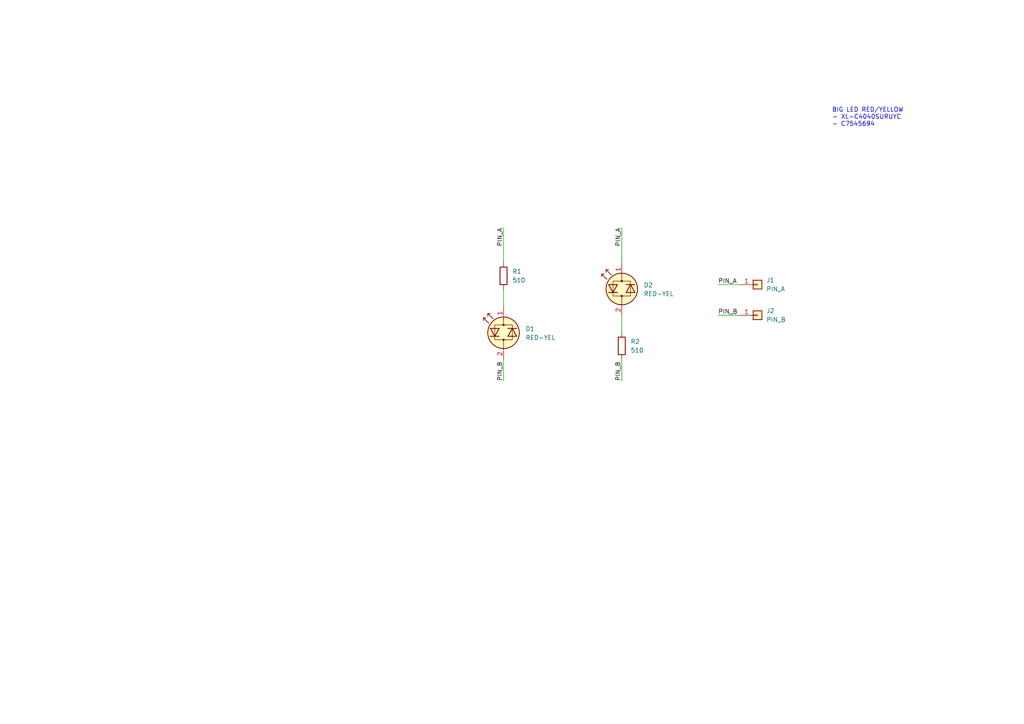
<source format=kicad_sch>
(kicad_sch (version 20230121) (generator eeschema)
  (paper "A4")
  (lib_symbols
    (symbol "Connector_Generic:Conn_01x01" (pin_names (offset 1.016) hide)
      (property "Reference" "J" (at 0 2.54 0))
      (property "Value" "Conn_01x01" (at 0 -2.54 0))
      (symbol "Conn_01x01_1_1"
        (rectangle (start -1.27 0.127) (end 0 -0.127) (stroke (width 0.1524)))
        (rectangle (start -1.27 1.27) (end 1.27 -1.27) (stroke (width 0.254)) (fill (type background)))
        (pin passive line (at -5.08 0 0) (length 3.81) (name "Pin_1") (number "1"))
      )
    )
    (symbol "Device:LED_Dual_Bidirectional" (pin_names (offset 0) hide)
      (property "Reference" "D" (at 0 5.715 0))
      (property "Value" "LED_Dual_Bidirectional" (at 0 -6.35 0))
      (symbol "LED_Dual_Bidirectional_0_1"
        (circle (center -2.032 0) (radius 0.254) (fill (type outline)))
        (polyline (pts (xy -4.572 0) (xy -2.54 0)))
        (polyline (pts (xy -2.032 0) (xy -2.54 0)))
        (polyline (pts (xy -1.016 3.81) (xy -1.016 1.27)) (stroke (width 0.254)))
        (polyline (pts (xy 1.27 -1.27) (xy 1.27 -3.81)) (stroke (width 0.254)))
        (polyline (pts (xy 4.064 0) (xy 2.286 0)) (fill (type outline)))
        (polyline (pts (xy 4.318 5.842) (xy 4.318 5.08)) (stroke (width 0.2032)))
        (polyline (pts (xy 5.588 4.572) (xy 5.588 3.81)) (stroke (width 0.2032)))
        (polyline (pts (xy 2.794 4.318) (xy 4.318 5.842) (xy 3.556 5.842)) (stroke (width 0.2032)))
        (polyline (pts (xy 4.064 3.048) (xy 5.588 4.572) (xy 4.826 4.572)) (stroke (width 0.2032)))
        (polyline (pts (xy -1.016 -1.27) (xy -1.016 -3.81) (xy 1.27 -2.54) (xy -1.016 -1.27)) (stroke (width 0.254)))
        (polyline (pts (xy 1.27 3.81) (xy 1.27 1.27) (xy -1.016 2.54) (xy 1.27 3.81)) (stroke (width 0.254)))
        (polyline (pts (xy 2.286 2.54) (xy -2.032 2.54) (xy -2.032 -2.54) (xy 2.286 -2.54) (xy 2.286 2.54)))
        (circle (center 0 0) (radius 4.572) (stroke (width 0.254)) (fill (type background)))
        (circle (center 2.286 0) (radius 0.254) (fill (type outline)))
      )
      (symbol "LED_Dual_Bidirectional_1_1"
        (pin input line (at 7.62 0 180) (length 3.81) (name "KA") (number "1"))
        (pin input line (at -7.62 0 0) (length 3.048) (name "AK") (number "2"))
      )
    )
    (symbol "Device:R" (pin_numbers hide) (pin_names (offset 0))
      (property "Reference" "R" (at 2.032 0 90))
      (property "Value" "R" (at 0 0 90))
      (symbol "R_0_1"
        (rectangle (start -1.016 -2.54) (end 1.016 2.54) (stroke (width 0.254)))
      )
      (symbol "R_1_1"
        (pin passive line (at 0 3.81 270) (length 1.27) (name "~") (number "1"))
        (pin passive line (at 0 -3.81 90) (length 1.27) (name "~") (number "2"))
      )
    )
  )
  (wire (pts (xy 180.34 91.44) (xy 180.34 96.52)))
  (wire (pts (xy 146.05 104.14) (xy 146.05 110.49)))
  (wire (pts (xy 146.05 66.04) (xy 146.05 76.2)))
  (wire (pts (xy 208.28 82.55) (xy 214.63 82.55)))
  (wire (pts (xy 180.34 104.14) (xy 180.34 110.49)))
  (wire (pts (xy 208.28 91.44) (xy 214.63 91.44)))
  (wire (pts (xy 180.34 66.04) (xy 180.34 76.2)))
  (wire (pts (xy 146.05 83.82) (xy 146.05 88.9)))
  (text "BIG LED RED/YELLOW\n- XL-C4040SURUYC\n- C7545694" (at 241.3 36.83 0) (effects (font (size 1.27 1.27)) (justify left bottom)))
  (label "PIN_A" (at 146.05 66.04 270))
  (label "PIN_B" (at 208.28 91.44 0))
  (label "PIN_B" (at 146.05 110.49 90))
  (label "PIN_A" (at 180.34 66.04 270))
  (label "PIN_B" (at 180.34 110.49 90))
  (label "PIN_A" (at 208.28 82.55 0))
  (symbol (lib_id "Device:R") (at 146.05 80.01 0) (unit 1)
    (property "Reference" "R1" (at 148.59 78.74 0) (effects (justify left)))
    (property "Value" "510" (at 148.59 81.28 0) (effects (justify left)))
    (property "Footprint" "Slonket_Footprints:R_1206" (effects hide))
    (property "LCSC" "C25386" (effects hide))
  )
  (symbol (lib_id "Device:LED_Dual_Bidirectional") (at 146.05 96.52 90) (unit 1)
    (property "Reference" "D1" (at 152.4 95.3897 90) (effects (justify right)))
    (property "Value" "RED-YEL" (at 152.4 97.9297 90) (effects (justify right)))
    (property "Footprint" "Slonket_Footprints:D_LED_4040" (effects hide))
    (property "LCSC" "C7545694" (effects hide))
  )
  (symbol (lib_id "Connector_Generic:Conn_01x01") (at 219.71 82.55 0) (unit 1)
    (property "Reference" "J1" (at 222.25 81.28 0) (effects (justify left)))
    (property "Value" "PIN_A" (at 222.25 83.82 0) (effects (justify left)))
    (property "Footprint" "Slonket_Footprints:J_Pad_1_Lego" (effects hide))
  )
  (symbol (lib_id "Device:LED_Dual_Bidirectional") (at 180.34 83.82 90) (unit 1)
    (property "Reference" "D2" (at 186.69 82.6897 90) (effects (justify right)))
    (property "Value" "RED-YEL" (at 186.69 85.2297 90) (effects (justify right)))
    (property "Footprint" "Slonket_Footprints:D_LED_4040" (effects hide))
    (property "LCSC" "C7545694" (effects hide))
  )
  (symbol (lib_id "Connector_Generic:Conn_01x01") (at 219.71 91.44 0) (unit 1)
    (property "Reference" "J2" (at 222.25 90.17 0) (effects (justify left)))
    (property "Value" "PIN_B" (at 222.25 92.71 0) (effects (justify left)))
    (property "Footprint" "Slonket_Footprints:J_Pad_1_Lego" (effects hide))
  )
  (symbol (lib_id "Device:R") (at 180.34 100.33 0) (unit 1)
    (property "Reference" "R2" (at 182.88 99.06 0) (effects (justify left)))
    (property "Value" "510" (at 182.88 101.6 0) (effects (justify left)))
    (property "Footprint" "Slonket_Footprints:R_1206" (effects hide))
    (property "LCSC" "C25386" (effects hide))
  )
)
</source>
